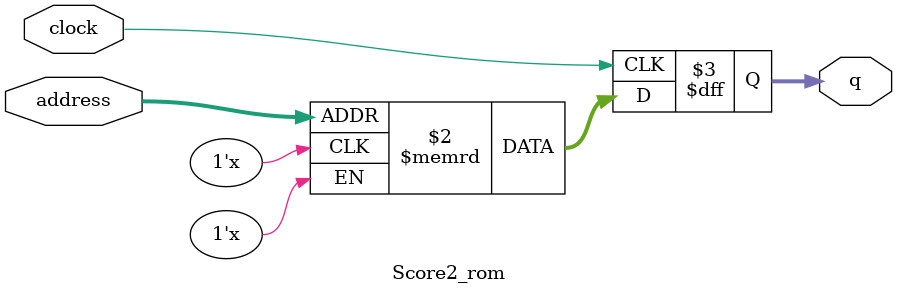
<source format=sv>
module Score2_rom (
	input logic clock,
	input logic [7:0] address,
	output logic [3:0] q
);

logic [3:0] memory [0:255] /* synthesis ram_init_file = "./Score2/Score2.mif" */;

always_ff @ (posedge clock) begin
	q <= memory[address];
end

endmodule

</source>
